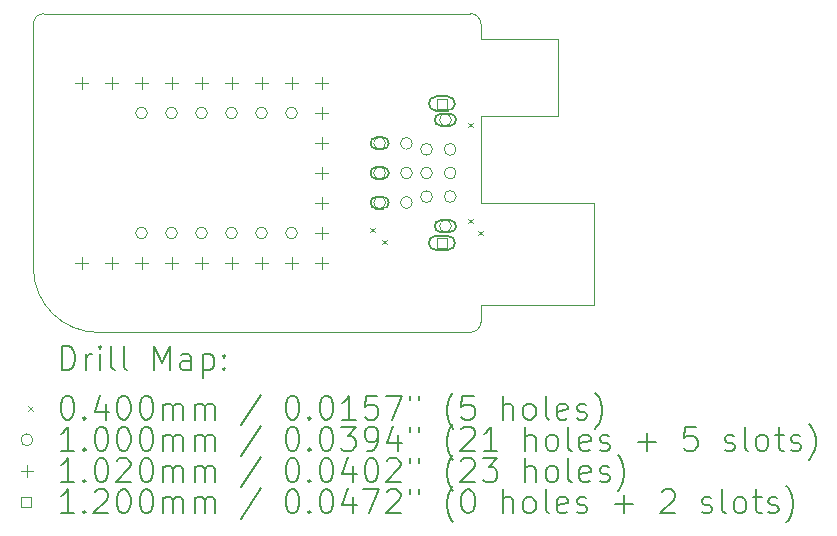
<source format=gbr>
%TF.GenerationSoftware,KiCad,Pcbnew,7.0.2*%
%TF.CreationDate,2024-01-20T07:38:44+00:00*%
%TF.ProjectId,game-boy-zero-link-board,67616d65-2d62-46f7-992d-7a65726f2d6c,rev?*%
%TF.SameCoordinates,Original*%
%TF.FileFunction,Drillmap*%
%TF.FilePolarity,Positive*%
%FSLAX45Y45*%
G04 Gerber Fmt 4.5, Leading zero omitted, Abs format (unit mm)*
G04 Created by KiCad (PCBNEW 7.0.2) date 2024-01-20 07:38:44*
%MOMM*%
%LPD*%
G01*
G04 APERTURE LIST*
%ADD10C,0.100000*%
%ADD11C,0.200000*%
%ADD12C,0.040000*%
%ADD13C,0.102000*%
%ADD14C,0.120000*%
G04 APERTURE END LIST*
D10*
X6831000Y-10388500D02*
G75*
G03*
X7381000Y-10938500I550000J0D01*
G01*
X11271000Y-9103500D02*
X11271000Y-8453500D01*
X10620500Y-8328500D02*
G75*
G03*
X10530500Y-8238500I-90000J0D01*
G01*
X11576000Y-9843500D02*
X10621000Y-9843500D01*
X11576000Y-10703500D02*
X11576000Y-9843500D01*
X10620500Y-8453500D02*
X11271000Y-8453500D01*
X7381000Y-10938500D02*
X10530500Y-10938500D01*
X10530500Y-10938500D02*
G75*
G03*
X10620500Y-10848500I0J90000D01*
G01*
X10620500Y-8328500D02*
X10620500Y-8453500D01*
X6921000Y-8238500D02*
G75*
G03*
X6831000Y-8328500I0J-90000D01*
G01*
X10621000Y-9103500D02*
X10621000Y-9843500D01*
X10620500Y-10703500D02*
X10620500Y-10848500D01*
X10620500Y-10703500D02*
X11575500Y-10703500D01*
X6831000Y-8328500D02*
X6831000Y-10388500D01*
X10621000Y-9103500D02*
X11271000Y-9103500D01*
X10530500Y-8238500D02*
X6921000Y-8238500D01*
D11*
D12*
X9682800Y-10051100D02*
X9722800Y-10091100D01*
X9722800Y-10051100D02*
X9682800Y-10091100D01*
X9784400Y-10152700D02*
X9824400Y-10192700D01*
X9824400Y-10152700D02*
X9784400Y-10192700D01*
X10509950Y-9162100D02*
X10549950Y-9202100D01*
X10549950Y-9162100D02*
X10509950Y-9202100D01*
X10514950Y-9974900D02*
X10554950Y-10014900D01*
X10554950Y-9974900D02*
X10514950Y-10014900D01*
X10597200Y-10076500D02*
X10637200Y-10116500D01*
X10637200Y-10076500D02*
X10597200Y-10116500D01*
D10*
X7797000Y-9080500D02*
G75*
G03*
X7797000Y-9080500I-50000J0D01*
G01*
X7797000Y-10096500D02*
G75*
G03*
X7797000Y-10096500I-50000J0D01*
G01*
X8051000Y-9080500D02*
G75*
G03*
X8051000Y-9080500I-50000J0D01*
G01*
X8051000Y-10096500D02*
G75*
G03*
X8051000Y-10096500I-50000J0D01*
G01*
X8305000Y-9080500D02*
G75*
G03*
X8305000Y-9080500I-50000J0D01*
G01*
X8305000Y-10096500D02*
G75*
G03*
X8305000Y-10096500I-50000J0D01*
G01*
X8559000Y-9080500D02*
G75*
G03*
X8559000Y-9080500I-50000J0D01*
G01*
X8559000Y-10096500D02*
G75*
G03*
X8559000Y-10096500I-50000J0D01*
G01*
X8813000Y-9080500D02*
G75*
G03*
X8813000Y-9080500I-50000J0D01*
G01*
X8813000Y-10096500D02*
G75*
G03*
X8813000Y-10096500I-50000J0D01*
G01*
X9067000Y-9080500D02*
G75*
G03*
X9067000Y-9080500I-50000J0D01*
G01*
X9067000Y-10096500D02*
G75*
G03*
X9067000Y-10096500I-50000J0D01*
G01*
X9813000Y-9336500D02*
G75*
G03*
X9813000Y-9336500I-50000J0D01*
G01*
D11*
X9736000Y-9386500D02*
X9790000Y-9386500D01*
X9790000Y-9386500D02*
G75*
G03*
X9790000Y-9286500I0J50000D01*
G01*
X9790000Y-9286500D02*
X9736000Y-9286500D01*
X9736000Y-9286500D02*
G75*
G03*
X9736000Y-9386500I0J-50000D01*
G01*
D10*
X9813000Y-9588500D02*
G75*
G03*
X9813000Y-9588500I-50000J0D01*
G01*
D11*
X9736000Y-9638500D02*
X9790000Y-9638500D01*
X9790000Y-9638500D02*
G75*
G03*
X9790000Y-9538500I0J50000D01*
G01*
X9790000Y-9538500D02*
X9736000Y-9538500D01*
X9736000Y-9538500D02*
G75*
G03*
X9736000Y-9638500I0J-50000D01*
G01*
D10*
X9813000Y-9840500D02*
G75*
G03*
X9813000Y-9840500I-50000J0D01*
G01*
D11*
X9736000Y-9890500D02*
X9790000Y-9890500D01*
X9790000Y-9890500D02*
G75*
G03*
X9790000Y-9790500I0J50000D01*
G01*
X9790000Y-9790500D02*
X9736000Y-9790500D01*
X9736000Y-9790500D02*
G75*
G03*
X9736000Y-9890500I0J-50000D01*
G01*
D10*
X10040000Y-9338500D02*
G75*
G03*
X10040000Y-9338500I-50000J0D01*
G01*
X10040000Y-9588500D02*
G75*
G03*
X10040000Y-9588500I-50000J0D01*
G01*
X10040000Y-9838500D02*
G75*
G03*
X10040000Y-9838500I-50000J0D01*
G01*
X10210000Y-9388500D02*
G75*
G03*
X10210000Y-9388500I-50000J0D01*
G01*
X10210000Y-9588500D02*
G75*
G03*
X10210000Y-9588500I-50000J0D01*
G01*
X10210000Y-9788500D02*
G75*
G03*
X10210000Y-9788500I-50000J0D01*
G01*
X10370000Y-9138500D02*
G75*
G03*
X10370000Y-9138500I-50000J0D01*
G01*
D11*
X10360000Y-9088500D02*
X10280000Y-9088500D01*
X10280000Y-9088500D02*
G75*
G03*
X10280000Y-9188500I0J-50000D01*
G01*
X10280000Y-9188500D02*
X10360000Y-9188500D01*
X10360000Y-9188500D02*
G75*
G03*
X10360000Y-9088500I0J50000D01*
G01*
D10*
X10370000Y-10038500D02*
G75*
G03*
X10370000Y-10038500I-50000J0D01*
G01*
D11*
X10360000Y-9988500D02*
X10280000Y-9988500D01*
X10280000Y-9988500D02*
G75*
G03*
X10280000Y-10088500I0J-50000D01*
G01*
X10280000Y-10088500D02*
X10360000Y-10088500D01*
X10360000Y-10088500D02*
G75*
G03*
X10360000Y-9988500I0J50000D01*
G01*
D10*
X10410000Y-9388500D02*
G75*
G03*
X10410000Y-9388500I-50000J0D01*
G01*
X10410000Y-9588500D02*
G75*
G03*
X10410000Y-9588500I-50000J0D01*
G01*
X10410000Y-9788500D02*
G75*
G03*
X10410000Y-9788500I-50000J0D01*
G01*
D13*
X7239000Y-8775500D02*
X7239000Y-8877500D01*
X7188000Y-8826500D02*
X7290000Y-8826500D01*
X7239000Y-10299500D02*
X7239000Y-10401500D01*
X7188000Y-10350500D02*
X7290000Y-10350500D01*
X7493000Y-8775500D02*
X7493000Y-8877500D01*
X7442000Y-8826500D02*
X7544000Y-8826500D01*
X7493000Y-10299500D02*
X7493000Y-10401500D01*
X7442000Y-10350500D02*
X7544000Y-10350500D01*
X7747000Y-8775500D02*
X7747000Y-8877500D01*
X7696000Y-8826500D02*
X7798000Y-8826500D01*
X7747000Y-10299500D02*
X7747000Y-10401500D01*
X7696000Y-10350500D02*
X7798000Y-10350500D01*
X8001000Y-8775500D02*
X8001000Y-8877500D01*
X7950000Y-8826500D02*
X8052000Y-8826500D01*
X8001000Y-10299500D02*
X8001000Y-10401500D01*
X7950000Y-10350500D02*
X8052000Y-10350500D01*
X8255000Y-8775500D02*
X8255000Y-8877500D01*
X8204000Y-8826500D02*
X8306000Y-8826500D01*
X8255000Y-10299500D02*
X8255000Y-10401500D01*
X8204000Y-10350500D02*
X8306000Y-10350500D01*
X8509000Y-8775500D02*
X8509000Y-8877500D01*
X8458000Y-8826500D02*
X8560000Y-8826500D01*
X8509000Y-10299500D02*
X8509000Y-10401500D01*
X8458000Y-10350500D02*
X8560000Y-10350500D01*
X8763000Y-8775500D02*
X8763000Y-8877500D01*
X8712000Y-8826500D02*
X8814000Y-8826500D01*
X8763000Y-10299500D02*
X8763000Y-10401500D01*
X8712000Y-10350500D02*
X8814000Y-10350500D01*
X9017000Y-8775500D02*
X9017000Y-8877500D01*
X8966000Y-8826500D02*
X9068000Y-8826500D01*
X9017000Y-10299500D02*
X9017000Y-10401500D01*
X8966000Y-10350500D02*
X9068000Y-10350500D01*
X9271000Y-8775500D02*
X9271000Y-8877500D01*
X9220000Y-8826500D02*
X9322000Y-8826500D01*
X9271000Y-9029500D02*
X9271000Y-9131500D01*
X9220000Y-9080500D02*
X9322000Y-9080500D01*
X9271000Y-9283500D02*
X9271000Y-9385500D01*
X9220000Y-9334500D02*
X9322000Y-9334500D01*
X9271000Y-9537500D02*
X9271000Y-9639500D01*
X9220000Y-9588500D02*
X9322000Y-9588500D01*
X9271000Y-9791500D02*
X9271000Y-9893500D01*
X9220000Y-9842500D02*
X9322000Y-9842500D01*
X9271000Y-10045500D02*
X9271000Y-10147500D01*
X9220000Y-10096500D02*
X9322000Y-10096500D01*
X9271000Y-10299500D02*
X9271000Y-10401500D01*
X9220000Y-10350500D02*
X9322000Y-10350500D01*
D14*
X10332427Y-9043427D02*
X10332427Y-8958573D01*
X10247573Y-8958573D01*
X10247573Y-9043427D01*
X10332427Y-9043427D01*
D11*
X10340000Y-8941000D02*
X10240000Y-8941000D01*
X10240000Y-8941000D02*
G75*
G03*
X10240000Y-9061000I0J-60000D01*
G01*
X10240000Y-9061000D02*
X10340000Y-9061000D01*
X10340000Y-9061000D02*
G75*
G03*
X10340000Y-8941000I0J60000D01*
G01*
D14*
X10332427Y-10223427D02*
X10332427Y-10138573D01*
X10247573Y-10138573D01*
X10247573Y-10223427D01*
X10332427Y-10223427D01*
D11*
X10340000Y-10121000D02*
X10240000Y-10121000D01*
X10240000Y-10121000D02*
G75*
G03*
X10240000Y-10241000I0J-60000D01*
G01*
X10240000Y-10241000D02*
X10340000Y-10241000D01*
X10340000Y-10241000D02*
G75*
G03*
X10340000Y-10121000I0J60000D01*
G01*
X7073619Y-11256024D02*
X7073619Y-11056024D01*
X7073619Y-11056024D02*
X7121238Y-11056024D01*
X7121238Y-11056024D02*
X7149809Y-11065548D01*
X7149809Y-11065548D02*
X7168857Y-11084595D01*
X7168857Y-11084595D02*
X7178381Y-11103643D01*
X7178381Y-11103643D02*
X7187904Y-11141738D01*
X7187904Y-11141738D02*
X7187904Y-11170310D01*
X7187904Y-11170310D02*
X7178381Y-11208405D01*
X7178381Y-11208405D02*
X7168857Y-11227452D01*
X7168857Y-11227452D02*
X7149809Y-11246500D01*
X7149809Y-11246500D02*
X7121238Y-11256024D01*
X7121238Y-11256024D02*
X7073619Y-11256024D01*
X7273619Y-11256024D02*
X7273619Y-11122691D01*
X7273619Y-11160786D02*
X7283143Y-11141738D01*
X7283143Y-11141738D02*
X7292666Y-11132214D01*
X7292666Y-11132214D02*
X7311714Y-11122691D01*
X7311714Y-11122691D02*
X7330762Y-11122691D01*
X7397428Y-11256024D02*
X7397428Y-11122691D01*
X7397428Y-11056024D02*
X7387904Y-11065548D01*
X7387904Y-11065548D02*
X7397428Y-11075072D01*
X7397428Y-11075072D02*
X7406952Y-11065548D01*
X7406952Y-11065548D02*
X7397428Y-11056024D01*
X7397428Y-11056024D02*
X7397428Y-11075072D01*
X7521238Y-11256024D02*
X7502190Y-11246500D01*
X7502190Y-11246500D02*
X7492666Y-11227452D01*
X7492666Y-11227452D02*
X7492666Y-11056024D01*
X7626000Y-11256024D02*
X7606952Y-11246500D01*
X7606952Y-11246500D02*
X7597428Y-11227452D01*
X7597428Y-11227452D02*
X7597428Y-11056024D01*
X7854571Y-11256024D02*
X7854571Y-11056024D01*
X7854571Y-11056024D02*
X7921238Y-11198881D01*
X7921238Y-11198881D02*
X7987904Y-11056024D01*
X7987904Y-11056024D02*
X7987904Y-11256024D01*
X8168857Y-11256024D02*
X8168857Y-11151262D01*
X8168857Y-11151262D02*
X8159333Y-11132214D01*
X8159333Y-11132214D02*
X8140285Y-11122691D01*
X8140285Y-11122691D02*
X8102190Y-11122691D01*
X8102190Y-11122691D02*
X8083143Y-11132214D01*
X8168857Y-11246500D02*
X8149809Y-11256024D01*
X8149809Y-11256024D02*
X8102190Y-11256024D01*
X8102190Y-11256024D02*
X8083143Y-11246500D01*
X8083143Y-11246500D02*
X8073619Y-11227452D01*
X8073619Y-11227452D02*
X8073619Y-11208405D01*
X8073619Y-11208405D02*
X8083143Y-11189357D01*
X8083143Y-11189357D02*
X8102190Y-11179834D01*
X8102190Y-11179834D02*
X8149809Y-11179834D01*
X8149809Y-11179834D02*
X8168857Y-11170310D01*
X8264095Y-11122691D02*
X8264095Y-11322691D01*
X8264095Y-11132214D02*
X8283143Y-11122691D01*
X8283143Y-11122691D02*
X8321238Y-11122691D01*
X8321238Y-11122691D02*
X8340285Y-11132214D01*
X8340285Y-11132214D02*
X8349809Y-11141738D01*
X8349809Y-11141738D02*
X8359333Y-11160786D01*
X8359333Y-11160786D02*
X8359333Y-11217929D01*
X8359333Y-11217929D02*
X8349809Y-11236976D01*
X8349809Y-11236976D02*
X8340285Y-11246500D01*
X8340285Y-11246500D02*
X8321238Y-11256024D01*
X8321238Y-11256024D02*
X8283143Y-11256024D01*
X8283143Y-11256024D02*
X8264095Y-11246500D01*
X8445047Y-11236976D02*
X8454571Y-11246500D01*
X8454571Y-11246500D02*
X8445047Y-11256024D01*
X8445047Y-11256024D02*
X8435524Y-11246500D01*
X8435524Y-11246500D02*
X8445047Y-11236976D01*
X8445047Y-11236976D02*
X8445047Y-11256024D01*
X8445047Y-11132214D02*
X8454571Y-11141738D01*
X8454571Y-11141738D02*
X8445047Y-11151262D01*
X8445047Y-11151262D02*
X8435524Y-11141738D01*
X8435524Y-11141738D02*
X8445047Y-11132214D01*
X8445047Y-11132214D02*
X8445047Y-11151262D01*
D12*
X6786000Y-11563500D02*
X6826000Y-11603500D01*
X6826000Y-11563500D02*
X6786000Y-11603500D01*
D11*
X7111714Y-11476024D02*
X7130762Y-11476024D01*
X7130762Y-11476024D02*
X7149809Y-11485548D01*
X7149809Y-11485548D02*
X7159333Y-11495072D01*
X7159333Y-11495072D02*
X7168857Y-11514119D01*
X7168857Y-11514119D02*
X7178381Y-11552214D01*
X7178381Y-11552214D02*
X7178381Y-11599833D01*
X7178381Y-11599833D02*
X7168857Y-11637929D01*
X7168857Y-11637929D02*
X7159333Y-11656976D01*
X7159333Y-11656976D02*
X7149809Y-11666500D01*
X7149809Y-11666500D02*
X7130762Y-11676024D01*
X7130762Y-11676024D02*
X7111714Y-11676024D01*
X7111714Y-11676024D02*
X7092666Y-11666500D01*
X7092666Y-11666500D02*
X7083143Y-11656976D01*
X7083143Y-11656976D02*
X7073619Y-11637929D01*
X7073619Y-11637929D02*
X7064095Y-11599833D01*
X7064095Y-11599833D02*
X7064095Y-11552214D01*
X7064095Y-11552214D02*
X7073619Y-11514119D01*
X7073619Y-11514119D02*
X7083143Y-11495072D01*
X7083143Y-11495072D02*
X7092666Y-11485548D01*
X7092666Y-11485548D02*
X7111714Y-11476024D01*
X7264095Y-11656976D02*
X7273619Y-11666500D01*
X7273619Y-11666500D02*
X7264095Y-11676024D01*
X7264095Y-11676024D02*
X7254571Y-11666500D01*
X7254571Y-11666500D02*
X7264095Y-11656976D01*
X7264095Y-11656976D02*
X7264095Y-11676024D01*
X7445047Y-11542691D02*
X7445047Y-11676024D01*
X7397428Y-11466500D02*
X7349809Y-11609357D01*
X7349809Y-11609357D02*
X7473619Y-11609357D01*
X7587904Y-11476024D02*
X7606952Y-11476024D01*
X7606952Y-11476024D02*
X7626000Y-11485548D01*
X7626000Y-11485548D02*
X7635524Y-11495072D01*
X7635524Y-11495072D02*
X7645047Y-11514119D01*
X7645047Y-11514119D02*
X7654571Y-11552214D01*
X7654571Y-11552214D02*
X7654571Y-11599833D01*
X7654571Y-11599833D02*
X7645047Y-11637929D01*
X7645047Y-11637929D02*
X7635524Y-11656976D01*
X7635524Y-11656976D02*
X7626000Y-11666500D01*
X7626000Y-11666500D02*
X7606952Y-11676024D01*
X7606952Y-11676024D02*
X7587904Y-11676024D01*
X7587904Y-11676024D02*
X7568857Y-11666500D01*
X7568857Y-11666500D02*
X7559333Y-11656976D01*
X7559333Y-11656976D02*
X7549809Y-11637929D01*
X7549809Y-11637929D02*
X7540285Y-11599833D01*
X7540285Y-11599833D02*
X7540285Y-11552214D01*
X7540285Y-11552214D02*
X7549809Y-11514119D01*
X7549809Y-11514119D02*
X7559333Y-11495072D01*
X7559333Y-11495072D02*
X7568857Y-11485548D01*
X7568857Y-11485548D02*
X7587904Y-11476024D01*
X7778381Y-11476024D02*
X7797428Y-11476024D01*
X7797428Y-11476024D02*
X7816476Y-11485548D01*
X7816476Y-11485548D02*
X7826000Y-11495072D01*
X7826000Y-11495072D02*
X7835524Y-11514119D01*
X7835524Y-11514119D02*
X7845047Y-11552214D01*
X7845047Y-11552214D02*
X7845047Y-11599833D01*
X7845047Y-11599833D02*
X7835524Y-11637929D01*
X7835524Y-11637929D02*
X7826000Y-11656976D01*
X7826000Y-11656976D02*
X7816476Y-11666500D01*
X7816476Y-11666500D02*
X7797428Y-11676024D01*
X7797428Y-11676024D02*
X7778381Y-11676024D01*
X7778381Y-11676024D02*
X7759333Y-11666500D01*
X7759333Y-11666500D02*
X7749809Y-11656976D01*
X7749809Y-11656976D02*
X7740285Y-11637929D01*
X7740285Y-11637929D02*
X7730762Y-11599833D01*
X7730762Y-11599833D02*
X7730762Y-11552214D01*
X7730762Y-11552214D02*
X7740285Y-11514119D01*
X7740285Y-11514119D02*
X7749809Y-11495072D01*
X7749809Y-11495072D02*
X7759333Y-11485548D01*
X7759333Y-11485548D02*
X7778381Y-11476024D01*
X7930762Y-11676024D02*
X7930762Y-11542691D01*
X7930762Y-11561738D02*
X7940285Y-11552214D01*
X7940285Y-11552214D02*
X7959333Y-11542691D01*
X7959333Y-11542691D02*
X7987905Y-11542691D01*
X7987905Y-11542691D02*
X8006952Y-11552214D01*
X8006952Y-11552214D02*
X8016476Y-11571262D01*
X8016476Y-11571262D02*
X8016476Y-11676024D01*
X8016476Y-11571262D02*
X8026000Y-11552214D01*
X8026000Y-11552214D02*
X8045047Y-11542691D01*
X8045047Y-11542691D02*
X8073619Y-11542691D01*
X8073619Y-11542691D02*
X8092666Y-11552214D01*
X8092666Y-11552214D02*
X8102190Y-11571262D01*
X8102190Y-11571262D02*
X8102190Y-11676024D01*
X8197428Y-11676024D02*
X8197428Y-11542691D01*
X8197428Y-11561738D02*
X8206952Y-11552214D01*
X8206952Y-11552214D02*
X8226000Y-11542691D01*
X8226000Y-11542691D02*
X8254571Y-11542691D01*
X8254571Y-11542691D02*
X8273619Y-11552214D01*
X8273619Y-11552214D02*
X8283143Y-11571262D01*
X8283143Y-11571262D02*
X8283143Y-11676024D01*
X8283143Y-11571262D02*
X8292666Y-11552214D01*
X8292666Y-11552214D02*
X8311714Y-11542691D01*
X8311714Y-11542691D02*
X8340285Y-11542691D01*
X8340285Y-11542691D02*
X8359333Y-11552214D01*
X8359333Y-11552214D02*
X8368857Y-11571262D01*
X8368857Y-11571262D02*
X8368857Y-11676024D01*
X8759333Y-11466500D02*
X8587905Y-11723643D01*
X9016476Y-11476024D02*
X9035524Y-11476024D01*
X9035524Y-11476024D02*
X9054571Y-11485548D01*
X9054571Y-11485548D02*
X9064095Y-11495072D01*
X9064095Y-11495072D02*
X9073619Y-11514119D01*
X9073619Y-11514119D02*
X9083143Y-11552214D01*
X9083143Y-11552214D02*
X9083143Y-11599833D01*
X9083143Y-11599833D02*
X9073619Y-11637929D01*
X9073619Y-11637929D02*
X9064095Y-11656976D01*
X9064095Y-11656976D02*
X9054571Y-11666500D01*
X9054571Y-11666500D02*
X9035524Y-11676024D01*
X9035524Y-11676024D02*
X9016476Y-11676024D01*
X9016476Y-11676024D02*
X8997429Y-11666500D01*
X8997429Y-11666500D02*
X8987905Y-11656976D01*
X8987905Y-11656976D02*
X8978381Y-11637929D01*
X8978381Y-11637929D02*
X8968857Y-11599833D01*
X8968857Y-11599833D02*
X8968857Y-11552214D01*
X8968857Y-11552214D02*
X8978381Y-11514119D01*
X8978381Y-11514119D02*
X8987905Y-11495072D01*
X8987905Y-11495072D02*
X8997429Y-11485548D01*
X8997429Y-11485548D02*
X9016476Y-11476024D01*
X9168857Y-11656976D02*
X9178381Y-11666500D01*
X9178381Y-11666500D02*
X9168857Y-11676024D01*
X9168857Y-11676024D02*
X9159333Y-11666500D01*
X9159333Y-11666500D02*
X9168857Y-11656976D01*
X9168857Y-11656976D02*
X9168857Y-11676024D01*
X9302190Y-11476024D02*
X9321238Y-11476024D01*
X9321238Y-11476024D02*
X9340286Y-11485548D01*
X9340286Y-11485548D02*
X9349810Y-11495072D01*
X9349810Y-11495072D02*
X9359333Y-11514119D01*
X9359333Y-11514119D02*
X9368857Y-11552214D01*
X9368857Y-11552214D02*
X9368857Y-11599833D01*
X9368857Y-11599833D02*
X9359333Y-11637929D01*
X9359333Y-11637929D02*
X9349810Y-11656976D01*
X9349810Y-11656976D02*
X9340286Y-11666500D01*
X9340286Y-11666500D02*
X9321238Y-11676024D01*
X9321238Y-11676024D02*
X9302190Y-11676024D01*
X9302190Y-11676024D02*
X9283143Y-11666500D01*
X9283143Y-11666500D02*
X9273619Y-11656976D01*
X9273619Y-11656976D02*
X9264095Y-11637929D01*
X9264095Y-11637929D02*
X9254571Y-11599833D01*
X9254571Y-11599833D02*
X9254571Y-11552214D01*
X9254571Y-11552214D02*
X9264095Y-11514119D01*
X9264095Y-11514119D02*
X9273619Y-11495072D01*
X9273619Y-11495072D02*
X9283143Y-11485548D01*
X9283143Y-11485548D02*
X9302190Y-11476024D01*
X9559333Y-11676024D02*
X9445048Y-11676024D01*
X9502190Y-11676024D02*
X9502190Y-11476024D01*
X9502190Y-11476024D02*
X9483143Y-11504595D01*
X9483143Y-11504595D02*
X9464095Y-11523643D01*
X9464095Y-11523643D02*
X9445048Y-11533167D01*
X9740286Y-11476024D02*
X9645048Y-11476024D01*
X9645048Y-11476024D02*
X9635524Y-11571262D01*
X9635524Y-11571262D02*
X9645048Y-11561738D01*
X9645048Y-11561738D02*
X9664095Y-11552214D01*
X9664095Y-11552214D02*
X9711714Y-11552214D01*
X9711714Y-11552214D02*
X9730762Y-11561738D01*
X9730762Y-11561738D02*
X9740286Y-11571262D01*
X9740286Y-11571262D02*
X9749810Y-11590310D01*
X9749810Y-11590310D02*
X9749810Y-11637929D01*
X9749810Y-11637929D02*
X9740286Y-11656976D01*
X9740286Y-11656976D02*
X9730762Y-11666500D01*
X9730762Y-11666500D02*
X9711714Y-11676024D01*
X9711714Y-11676024D02*
X9664095Y-11676024D01*
X9664095Y-11676024D02*
X9645048Y-11666500D01*
X9645048Y-11666500D02*
X9635524Y-11656976D01*
X9816476Y-11476024D02*
X9949810Y-11476024D01*
X9949810Y-11476024D02*
X9864095Y-11676024D01*
X10016476Y-11476024D02*
X10016476Y-11514119D01*
X10092667Y-11476024D02*
X10092667Y-11514119D01*
X10387905Y-11752214D02*
X10378381Y-11742691D01*
X10378381Y-11742691D02*
X10359333Y-11714119D01*
X10359333Y-11714119D02*
X10349810Y-11695072D01*
X10349810Y-11695072D02*
X10340286Y-11666500D01*
X10340286Y-11666500D02*
X10330762Y-11618881D01*
X10330762Y-11618881D02*
X10330762Y-11580786D01*
X10330762Y-11580786D02*
X10340286Y-11533167D01*
X10340286Y-11533167D02*
X10349810Y-11504595D01*
X10349810Y-11504595D02*
X10359333Y-11485548D01*
X10359333Y-11485548D02*
X10378381Y-11456976D01*
X10378381Y-11456976D02*
X10387905Y-11447452D01*
X10559333Y-11476024D02*
X10464095Y-11476024D01*
X10464095Y-11476024D02*
X10454572Y-11571262D01*
X10454572Y-11571262D02*
X10464095Y-11561738D01*
X10464095Y-11561738D02*
X10483143Y-11552214D01*
X10483143Y-11552214D02*
X10530762Y-11552214D01*
X10530762Y-11552214D02*
X10549810Y-11561738D01*
X10549810Y-11561738D02*
X10559333Y-11571262D01*
X10559333Y-11571262D02*
X10568857Y-11590310D01*
X10568857Y-11590310D02*
X10568857Y-11637929D01*
X10568857Y-11637929D02*
X10559333Y-11656976D01*
X10559333Y-11656976D02*
X10549810Y-11666500D01*
X10549810Y-11666500D02*
X10530762Y-11676024D01*
X10530762Y-11676024D02*
X10483143Y-11676024D01*
X10483143Y-11676024D02*
X10464095Y-11666500D01*
X10464095Y-11666500D02*
X10454572Y-11656976D01*
X10806953Y-11676024D02*
X10806953Y-11476024D01*
X10892667Y-11676024D02*
X10892667Y-11571262D01*
X10892667Y-11571262D02*
X10883143Y-11552214D01*
X10883143Y-11552214D02*
X10864095Y-11542691D01*
X10864095Y-11542691D02*
X10835524Y-11542691D01*
X10835524Y-11542691D02*
X10816476Y-11552214D01*
X10816476Y-11552214D02*
X10806953Y-11561738D01*
X11016476Y-11676024D02*
X10997429Y-11666500D01*
X10997429Y-11666500D02*
X10987905Y-11656976D01*
X10987905Y-11656976D02*
X10978381Y-11637929D01*
X10978381Y-11637929D02*
X10978381Y-11580786D01*
X10978381Y-11580786D02*
X10987905Y-11561738D01*
X10987905Y-11561738D02*
X10997429Y-11552214D01*
X10997429Y-11552214D02*
X11016476Y-11542691D01*
X11016476Y-11542691D02*
X11045048Y-11542691D01*
X11045048Y-11542691D02*
X11064095Y-11552214D01*
X11064095Y-11552214D02*
X11073619Y-11561738D01*
X11073619Y-11561738D02*
X11083143Y-11580786D01*
X11083143Y-11580786D02*
X11083143Y-11637929D01*
X11083143Y-11637929D02*
X11073619Y-11656976D01*
X11073619Y-11656976D02*
X11064095Y-11666500D01*
X11064095Y-11666500D02*
X11045048Y-11676024D01*
X11045048Y-11676024D02*
X11016476Y-11676024D01*
X11197429Y-11676024D02*
X11178381Y-11666500D01*
X11178381Y-11666500D02*
X11168857Y-11647452D01*
X11168857Y-11647452D02*
X11168857Y-11476024D01*
X11349810Y-11666500D02*
X11330762Y-11676024D01*
X11330762Y-11676024D02*
X11292667Y-11676024D01*
X11292667Y-11676024D02*
X11273619Y-11666500D01*
X11273619Y-11666500D02*
X11264095Y-11647452D01*
X11264095Y-11647452D02*
X11264095Y-11571262D01*
X11264095Y-11571262D02*
X11273619Y-11552214D01*
X11273619Y-11552214D02*
X11292667Y-11542691D01*
X11292667Y-11542691D02*
X11330762Y-11542691D01*
X11330762Y-11542691D02*
X11349810Y-11552214D01*
X11349810Y-11552214D02*
X11359333Y-11571262D01*
X11359333Y-11571262D02*
X11359333Y-11590310D01*
X11359333Y-11590310D02*
X11264095Y-11609357D01*
X11435524Y-11666500D02*
X11454572Y-11676024D01*
X11454572Y-11676024D02*
X11492667Y-11676024D01*
X11492667Y-11676024D02*
X11511714Y-11666500D01*
X11511714Y-11666500D02*
X11521238Y-11647452D01*
X11521238Y-11647452D02*
X11521238Y-11637929D01*
X11521238Y-11637929D02*
X11511714Y-11618881D01*
X11511714Y-11618881D02*
X11492667Y-11609357D01*
X11492667Y-11609357D02*
X11464095Y-11609357D01*
X11464095Y-11609357D02*
X11445048Y-11599833D01*
X11445048Y-11599833D02*
X11435524Y-11580786D01*
X11435524Y-11580786D02*
X11435524Y-11571262D01*
X11435524Y-11571262D02*
X11445048Y-11552214D01*
X11445048Y-11552214D02*
X11464095Y-11542691D01*
X11464095Y-11542691D02*
X11492667Y-11542691D01*
X11492667Y-11542691D02*
X11511714Y-11552214D01*
X11587905Y-11752214D02*
X11597429Y-11742691D01*
X11597429Y-11742691D02*
X11616476Y-11714119D01*
X11616476Y-11714119D02*
X11626000Y-11695072D01*
X11626000Y-11695072D02*
X11635524Y-11666500D01*
X11635524Y-11666500D02*
X11645048Y-11618881D01*
X11645048Y-11618881D02*
X11645048Y-11580786D01*
X11645048Y-11580786D02*
X11635524Y-11533167D01*
X11635524Y-11533167D02*
X11626000Y-11504595D01*
X11626000Y-11504595D02*
X11616476Y-11485548D01*
X11616476Y-11485548D02*
X11597429Y-11456976D01*
X11597429Y-11456976D02*
X11587905Y-11447452D01*
D10*
X6826000Y-11847500D02*
G75*
G03*
X6826000Y-11847500I-50000J0D01*
G01*
D11*
X7178381Y-11940024D02*
X7064095Y-11940024D01*
X7121238Y-11940024D02*
X7121238Y-11740024D01*
X7121238Y-11740024D02*
X7102190Y-11768595D01*
X7102190Y-11768595D02*
X7083143Y-11787643D01*
X7083143Y-11787643D02*
X7064095Y-11797167D01*
X7264095Y-11920976D02*
X7273619Y-11930500D01*
X7273619Y-11930500D02*
X7264095Y-11940024D01*
X7264095Y-11940024D02*
X7254571Y-11930500D01*
X7254571Y-11930500D02*
X7264095Y-11920976D01*
X7264095Y-11920976D02*
X7264095Y-11940024D01*
X7397428Y-11740024D02*
X7416476Y-11740024D01*
X7416476Y-11740024D02*
X7435524Y-11749548D01*
X7435524Y-11749548D02*
X7445047Y-11759072D01*
X7445047Y-11759072D02*
X7454571Y-11778119D01*
X7454571Y-11778119D02*
X7464095Y-11816214D01*
X7464095Y-11816214D02*
X7464095Y-11863833D01*
X7464095Y-11863833D02*
X7454571Y-11901929D01*
X7454571Y-11901929D02*
X7445047Y-11920976D01*
X7445047Y-11920976D02*
X7435524Y-11930500D01*
X7435524Y-11930500D02*
X7416476Y-11940024D01*
X7416476Y-11940024D02*
X7397428Y-11940024D01*
X7397428Y-11940024D02*
X7378381Y-11930500D01*
X7378381Y-11930500D02*
X7368857Y-11920976D01*
X7368857Y-11920976D02*
X7359333Y-11901929D01*
X7359333Y-11901929D02*
X7349809Y-11863833D01*
X7349809Y-11863833D02*
X7349809Y-11816214D01*
X7349809Y-11816214D02*
X7359333Y-11778119D01*
X7359333Y-11778119D02*
X7368857Y-11759072D01*
X7368857Y-11759072D02*
X7378381Y-11749548D01*
X7378381Y-11749548D02*
X7397428Y-11740024D01*
X7587904Y-11740024D02*
X7606952Y-11740024D01*
X7606952Y-11740024D02*
X7626000Y-11749548D01*
X7626000Y-11749548D02*
X7635524Y-11759072D01*
X7635524Y-11759072D02*
X7645047Y-11778119D01*
X7645047Y-11778119D02*
X7654571Y-11816214D01*
X7654571Y-11816214D02*
X7654571Y-11863833D01*
X7654571Y-11863833D02*
X7645047Y-11901929D01*
X7645047Y-11901929D02*
X7635524Y-11920976D01*
X7635524Y-11920976D02*
X7626000Y-11930500D01*
X7626000Y-11930500D02*
X7606952Y-11940024D01*
X7606952Y-11940024D02*
X7587904Y-11940024D01*
X7587904Y-11940024D02*
X7568857Y-11930500D01*
X7568857Y-11930500D02*
X7559333Y-11920976D01*
X7559333Y-11920976D02*
X7549809Y-11901929D01*
X7549809Y-11901929D02*
X7540285Y-11863833D01*
X7540285Y-11863833D02*
X7540285Y-11816214D01*
X7540285Y-11816214D02*
X7549809Y-11778119D01*
X7549809Y-11778119D02*
X7559333Y-11759072D01*
X7559333Y-11759072D02*
X7568857Y-11749548D01*
X7568857Y-11749548D02*
X7587904Y-11740024D01*
X7778381Y-11740024D02*
X7797428Y-11740024D01*
X7797428Y-11740024D02*
X7816476Y-11749548D01*
X7816476Y-11749548D02*
X7826000Y-11759072D01*
X7826000Y-11759072D02*
X7835524Y-11778119D01*
X7835524Y-11778119D02*
X7845047Y-11816214D01*
X7845047Y-11816214D02*
X7845047Y-11863833D01*
X7845047Y-11863833D02*
X7835524Y-11901929D01*
X7835524Y-11901929D02*
X7826000Y-11920976D01*
X7826000Y-11920976D02*
X7816476Y-11930500D01*
X7816476Y-11930500D02*
X7797428Y-11940024D01*
X7797428Y-11940024D02*
X7778381Y-11940024D01*
X7778381Y-11940024D02*
X7759333Y-11930500D01*
X7759333Y-11930500D02*
X7749809Y-11920976D01*
X7749809Y-11920976D02*
X7740285Y-11901929D01*
X7740285Y-11901929D02*
X7730762Y-11863833D01*
X7730762Y-11863833D02*
X7730762Y-11816214D01*
X7730762Y-11816214D02*
X7740285Y-11778119D01*
X7740285Y-11778119D02*
X7749809Y-11759072D01*
X7749809Y-11759072D02*
X7759333Y-11749548D01*
X7759333Y-11749548D02*
X7778381Y-11740024D01*
X7930762Y-11940024D02*
X7930762Y-11806691D01*
X7930762Y-11825738D02*
X7940285Y-11816214D01*
X7940285Y-11816214D02*
X7959333Y-11806691D01*
X7959333Y-11806691D02*
X7987905Y-11806691D01*
X7987905Y-11806691D02*
X8006952Y-11816214D01*
X8006952Y-11816214D02*
X8016476Y-11835262D01*
X8016476Y-11835262D02*
X8016476Y-11940024D01*
X8016476Y-11835262D02*
X8026000Y-11816214D01*
X8026000Y-11816214D02*
X8045047Y-11806691D01*
X8045047Y-11806691D02*
X8073619Y-11806691D01*
X8073619Y-11806691D02*
X8092666Y-11816214D01*
X8092666Y-11816214D02*
X8102190Y-11835262D01*
X8102190Y-11835262D02*
X8102190Y-11940024D01*
X8197428Y-11940024D02*
X8197428Y-11806691D01*
X8197428Y-11825738D02*
X8206952Y-11816214D01*
X8206952Y-11816214D02*
X8226000Y-11806691D01*
X8226000Y-11806691D02*
X8254571Y-11806691D01*
X8254571Y-11806691D02*
X8273619Y-11816214D01*
X8273619Y-11816214D02*
X8283143Y-11835262D01*
X8283143Y-11835262D02*
X8283143Y-11940024D01*
X8283143Y-11835262D02*
X8292666Y-11816214D01*
X8292666Y-11816214D02*
X8311714Y-11806691D01*
X8311714Y-11806691D02*
X8340285Y-11806691D01*
X8340285Y-11806691D02*
X8359333Y-11816214D01*
X8359333Y-11816214D02*
X8368857Y-11835262D01*
X8368857Y-11835262D02*
X8368857Y-11940024D01*
X8759333Y-11730500D02*
X8587905Y-11987643D01*
X9016476Y-11740024D02*
X9035524Y-11740024D01*
X9035524Y-11740024D02*
X9054571Y-11749548D01*
X9054571Y-11749548D02*
X9064095Y-11759072D01*
X9064095Y-11759072D02*
X9073619Y-11778119D01*
X9073619Y-11778119D02*
X9083143Y-11816214D01*
X9083143Y-11816214D02*
X9083143Y-11863833D01*
X9083143Y-11863833D02*
X9073619Y-11901929D01*
X9073619Y-11901929D02*
X9064095Y-11920976D01*
X9064095Y-11920976D02*
X9054571Y-11930500D01*
X9054571Y-11930500D02*
X9035524Y-11940024D01*
X9035524Y-11940024D02*
X9016476Y-11940024D01*
X9016476Y-11940024D02*
X8997429Y-11930500D01*
X8997429Y-11930500D02*
X8987905Y-11920976D01*
X8987905Y-11920976D02*
X8978381Y-11901929D01*
X8978381Y-11901929D02*
X8968857Y-11863833D01*
X8968857Y-11863833D02*
X8968857Y-11816214D01*
X8968857Y-11816214D02*
X8978381Y-11778119D01*
X8978381Y-11778119D02*
X8987905Y-11759072D01*
X8987905Y-11759072D02*
X8997429Y-11749548D01*
X8997429Y-11749548D02*
X9016476Y-11740024D01*
X9168857Y-11920976D02*
X9178381Y-11930500D01*
X9178381Y-11930500D02*
X9168857Y-11940024D01*
X9168857Y-11940024D02*
X9159333Y-11930500D01*
X9159333Y-11930500D02*
X9168857Y-11920976D01*
X9168857Y-11920976D02*
X9168857Y-11940024D01*
X9302190Y-11740024D02*
X9321238Y-11740024D01*
X9321238Y-11740024D02*
X9340286Y-11749548D01*
X9340286Y-11749548D02*
X9349810Y-11759072D01*
X9349810Y-11759072D02*
X9359333Y-11778119D01*
X9359333Y-11778119D02*
X9368857Y-11816214D01*
X9368857Y-11816214D02*
X9368857Y-11863833D01*
X9368857Y-11863833D02*
X9359333Y-11901929D01*
X9359333Y-11901929D02*
X9349810Y-11920976D01*
X9349810Y-11920976D02*
X9340286Y-11930500D01*
X9340286Y-11930500D02*
X9321238Y-11940024D01*
X9321238Y-11940024D02*
X9302190Y-11940024D01*
X9302190Y-11940024D02*
X9283143Y-11930500D01*
X9283143Y-11930500D02*
X9273619Y-11920976D01*
X9273619Y-11920976D02*
X9264095Y-11901929D01*
X9264095Y-11901929D02*
X9254571Y-11863833D01*
X9254571Y-11863833D02*
X9254571Y-11816214D01*
X9254571Y-11816214D02*
X9264095Y-11778119D01*
X9264095Y-11778119D02*
X9273619Y-11759072D01*
X9273619Y-11759072D02*
X9283143Y-11749548D01*
X9283143Y-11749548D02*
X9302190Y-11740024D01*
X9435524Y-11740024D02*
X9559333Y-11740024D01*
X9559333Y-11740024D02*
X9492667Y-11816214D01*
X9492667Y-11816214D02*
X9521238Y-11816214D01*
X9521238Y-11816214D02*
X9540286Y-11825738D01*
X9540286Y-11825738D02*
X9549810Y-11835262D01*
X9549810Y-11835262D02*
X9559333Y-11854310D01*
X9559333Y-11854310D02*
X9559333Y-11901929D01*
X9559333Y-11901929D02*
X9549810Y-11920976D01*
X9549810Y-11920976D02*
X9540286Y-11930500D01*
X9540286Y-11930500D02*
X9521238Y-11940024D01*
X9521238Y-11940024D02*
X9464095Y-11940024D01*
X9464095Y-11940024D02*
X9445048Y-11930500D01*
X9445048Y-11930500D02*
X9435524Y-11920976D01*
X9654571Y-11940024D02*
X9692667Y-11940024D01*
X9692667Y-11940024D02*
X9711714Y-11930500D01*
X9711714Y-11930500D02*
X9721238Y-11920976D01*
X9721238Y-11920976D02*
X9740286Y-11892405D01*
X9740286Y-11892405D02*
X9749810Y-11854310D01*
X9749810Y-11854310D02*
X9749810Y-11778119D01*
X9749810Y-11778119D02*
X9740286Y-11759072D01*
X9740286Y-11759072D02*
X9730762Y-11749548D01*
X9730762Y-11749548D02*
X9711714Y-11740024D01*
X9711714Y-11740024D02*
X9673619Y-11740024D01*
X9673619Y-11740024D02*
X9654571Y-11749548D01*
X9654571Y-11749548D02*
X9645048Y-11759072D01*
X9645048Y-11759072D02*
X9635524Y-11778119D01*
X9635524Y-11778119D02*
X9635524Y-11825738D01*
X9635524Y-11825738D02*
X9645048Y-11844786D01*
X9645048Y-11844786D02*
X9654571Y-11854310D01*
X9654571Y-11854310D02*
X9673619Y-11863833D01*
X9673619Y-11863833D02*
X9711714Y-11863833D01*
X9711714Y-11863833D02*
X9730762Y-11854310D01*
X9730762Y-11854310D02*
X9740286Y-11844786D01*
X9740286Y-11844786D02*
X9749810Y-11825738D01*
X9921238Y-11806691D02*
X9921238Y-11940024D01*
X9873619Y-11730500D02*
X9826000Y-11873357D01*
X9826000Y-11873357D02*
X9949810Y-11873357D01*
X10016476Y-11740024D02*
X10016476Y-11778119D01*
X10092667Y-11740024D02*
X10092667Y-11778119D01*
X10387905Y-12016214D02*
X10378381Y-12006691D01*
X10378381Y-12006691D02*
X10359333Y-11978119D01*
X10359333Y-11978119D02*
X10349810Y-11959072D01*
X10349810Y-11959072D02*
X10340286Y-11930500D01*
X10340286Y-11930500D02*
X10330762Y-11882881D01*
X10330762Y-11882881D02*
X10330762Y-11844786D01*
X10330762Y-11844786D02*
X10340286Y-11797167D01*
X10340286Y-11797167D02*
X10349810Y-11768595D01*
X10349810Y-11768595D02*
X10359333Y-11749548D01*
X10359333Y-11749548D02*
X10378381Y-11720976D01*
X10378381Y-11720976D02*
X10387905Y-11711452D01*
X10454572Y-11759072D02*
X10464095Y-11749548D01*
X10464095Y-11749548D02*
X10483143Y-11740024D01*
X10483143Y-11740024D02*
X10530762Y-11740024D01*
X10530762Y-11740024D02*
X10549810Y-11749548D01*
X10549810Y-11749548D02*
X10559333Y-11759072D01*
X10559333Y-11759072D02*
X10568857Y-11778119D01*
X10568857Y-11778119D02*
X10568857Y-11797167D01*
X10568857Y-11797167D02*
X10559333Y-11825738D01*
X10559333Y-11825738D02*
X10445048Y-11940024D01*
X10445048Y-11940024D02*
X10568857Y-11940024D01*
X10759333Y-11940024D02*
X10645048Y-11940024D01*
X10702191Y-11940024D02*
X10702191Y-11740024D01*
X10702191Y-11740024D02*
X10683143Y-11768595D01*
X10683143Y-11768595D02*
X10664095Y-11787643D01*
X10664095Y-11787643D02*
X10645048Y-11797167D01*
X10997429Y-11940024D02*
X10997429Y-11740024D01*
X11083143Y-11940024D02*
X11083143Y-11835262D01*
X11083143Y-11835262D02*
X11073619Y-11816214D01*
X11073619Y-11816214D02*
X11054572Y-11806691D01*
X11054572Y-11806691D02*
X11026000Y-11806691D01*
X11026000Y-11806691D02*
X11006953Y-11816214D01*
X11006953Y-11816214D02*
X10997429Y-11825738D01*
X11206952Y-11940024D02*
X11187905Y-11930500D01*
X11187905Y-11930500D02*
X11178381Y-11920976D01*
X11178381Y-11920976D02*
X11168857Y-11901929D01*
X11168857Y-11901929D02*
X11168857Y-11844786D01*
X11168857Y-11844786D02*
X11178381Y-11825738D01*
X11178381Y-11825738D02*
X11187905Y-11816214D01*
X11187905Y-11816214D02*
X11206952Y-11806691D01*
X11206952Y-11806691D02*
X11235524Y-11806691D01*
X11235524Y-11806691D02*
X11254572Y-11816214D01*
X11254572Y-11816214D02*
X11264095Y-11825738D01*
X11264095Y-11825738D02*
X11273619Y-11844786D01*
X11273619Y-11844786D02*
X11273619Y-11901929D01*
X11273619Y-11901929D02*
X11264095Y-11920976D01*
X11264095Y-11920976D02*
X11254572Y-11930500D01*
X11254572Y-11930500D02*
X11235524Y-11940024D01*
X11235524Y-11940024D02*
X11206952Y-11940024D01*
X11387905Y-11940024D02*
X11368857Y-11930500D01*
X11368857Y-11930500D02*
X11359333Y-11911452D01*
X11359333Y-11911452D02*
X11359333Y-11740024D01*
X11540286Y-11930500D02*
X11521238Y-11940024D01*
X11521238Y-11940024D02*
X11483143Y-11940024D01*
X11483143Y-11940024D02*
X11464095Y-11930500D01*
X11464095Y-11930500D02*
X11454572Y-11911452D01*
X11454572Y-11911452D02*
X11454572Y-11835262D01*
X11454572Y-11835262D02*
X11464095Y-11816214D01*
X11464095Y-11816214D02*
X11483143Y-11806691D01*
X11483143Y-11806691D02*
X11521238Y-11806691D01*
X11521238Y-11806691D02*
X11540286Y-11816214D01*
X11540286Y-11816214D02*
X11549810Y-11835262D01*
X11549810Y-11835262D02*
X11549810Y-11854310D01*
X11549810Y-11854310D02*
X11454572Y-11873357D01*
X11626000Y-11930500D02*
X11645048Y-11940024D01*
X11645048Y-11940024D02*
X11683143Y-11940024D01*
X11683143Y-11940024D02*
X11702191Y-11930500D01*
X11702191Y-11930500D02*
X11711714Y-11911452D01*
X11711714Y-11911452D02*
X11711714Y-11901929D01*
X11711714Y-11901929D02*
X11702191Y-11882881D01*
X11702191Y-11882881D02*
X11683143Y-11873357D01*
X11683143Y-11873357D02*
X11654572Y-11873357D01*
X11654572Y-11873357D02*
X11635524Y-11863833D01*
X11635524Y-11863833D02*
X11626000Y-11844786D01*
X11626000Y-11844786D02*
X11626000Y-11835262D01*
X11626000Y-11835262D02*
X11635524Y-11816214D01*
X11635524Y-11816214D02*
X11654572Y-11806691D01*
X11654572Y-11806691D02*
X11683143Y-11806691D01*
X11683143Y-11806691D02*
X11702191Y-11816214D01*
X11949810Y-11863833D02*
X12102191Y-11863833D01*
X12026000Y-11940024D02*
X12026000Y-11787643D01*
X12445048Y-11740024D02*
X12349810Y-11740024D01*
X12349810Y-11740024D02*
X12340286Y-11835262D01*
X12340286Y-11835262D02*
X12349810Y-11825738D01*
X12349810Y-11825738D02*
X12368857Y-11816214D01*
X12368857Y-11816214D02*
X12416476Y-11816214D01*
X12416476Y-11816214D02*
X12435524Y-11825738D01*
X12435524Y-11825738D02*
X12445048Y-11835262D01*
X12445048Y-11835262D02*
X12454572Y-11854310D01*
X12454572Y-11854310D02*
X12454572Y-11901929D01*
X12454572Y-11901929D02*
X12445048Y-11920976D01*
X12445048Y-11920976D02*
X12435524Y-11930500D01*
X12435524Y-11930500D02*
X12416476Y-11940024D01*
X12416476Y-11940024D02*
X12368857Y-11940024D01*
X12368857Y-11940024D02*
X12349810Y-11930500D01*
X12349810Y-11930500D02*
X12340286Y-11920976D01*
X12683143Y-11930500D02*
X12702191Y-11940024D01*
X12702191Y-11940024D02*
X12740286Y-11940024D01*
X12740286Y-11940024D02*
X12759334Y-11930500D01*
X12759334Y-11930500D02*
X12768857Y-11911452D01*
X12768857Y-11911452D02*
X12768857Y-11901929D01*
X12768857Y-11901929D02*
X12759334Y-11882881D01*
X12759334Y-11882881D02*
X12740286Y-11873357D01*
X12740286Y-11873357D02*
X12711715Y-11873357D01*
X12711715Y-11873357D02*
X12692667Y-11863833D01*
X12692667Y-11863833D02*
X12683143Y-11844786D01*
X12683143Y-11844786D02*
X12683143Y-11835262D01*
X12683143Y-11835262D02*
X12692667Y-11816214D01*
X12692667Y-11816214D02*
X12711715Y-11806691D01*
X12711715Y-11806691D02*
X12740286Y-11806691D01*
X12740286Y-11806691D02*
X12759334Y-11816214D01*
X12883143Y-11940024D02*
X12864096Y-11930500D01*
X12864096Y-11930500D02*
X12854572Y-11911452D01*
X12854572Y-11911452D02*
X12854572Y-11740024D01*
X12987905Y-11940024D02*
X12968857Y-11930500D01*
X12968857Y-11930500D02*
X12959334Y-11920976D01*
X12959334Y-11920976D02*
X12949810Y-11901929D01*
X12949810Y-11901929D02*
X12949810Y-11844786D01*
X12949810Y-11844786D02*
X12959334Y-11825738D01*
X12959334Y-11825738D02*
X12968857Y-11816214D01*
X12968857Y-11816214D02*
X12987905Y-11806691D01*
X12987905Y-11806691D02*
X13016477Y-11806691D01*
X13016477Y-11806691D02*
X13035524Y-11816214D01*
X13035524Y-11816214D02*
X13045048Y-11825738D01*
X13045048Y-11825738D02*
X13054572Y-11844786D01*
X13054572Y-11844786D02*
X13054572Y-11901929D01*
X13054572Y-11901929D02*
X13045048Y-11920976D01*
X13045048Y-11920976D02*
X13035524Y-11930500D01*
X13035524Y-11930500D02*
X13016477Y-11940024D01*
X13016477Y-11940024D02*
X12987905Y-11940024D01*
X13111715Y-11806691D02*
X13187905Y-11806691D01*
X13140286Y-11740024D02*
X13140286Y-11911452D01*
X13140286Y-11911452D02*
X13149810Y-11930500D01*
X13149810Y-11930500D02*
X13168857Y-11940024D01*
X13168857Y-11940024D02*
X13187905Y-11940024D01*
X13245048Y-11930500D02*
X13264096Y-11940024D01*
X13264096Y-11940024D02*
X13302191Y-11940024D01*
X13302191Y-11940024D02*
X13321238Y-11930500D01*
X13321238Y-11930500D02*
X13330762Y-11911452D01*
X13330762Y-11911452D02*
X13330762Y-11901929D01*
X13330762Y-11901929D02*
X13321238Y-11882881D01*
X13321238Y-11882881D02*
X13302191Y-11873357D01*
X13302191Y-11873357D02*
X13273619Y-11873357D01*
X13273619Y-11873357D02*
X13254572Y-11863833D01*
X13254572Y-11863833D02*
X13245048Y-11844786D01*
X13245048Y-11844786D02*
X13245048Y-11835262D01*
X13245048Y-11835262D02*
X13254572Y-11816214D01*
X13254572Y-11816214D02*
X13273619Y-11806691D01*
X13273619Y-11806691D02*
X13302191Y-11806691D01*
X13302191Y-11806691D02*
X13321238Y-11816214D01*
X13397429Y-12016214D02*
X13406953Y-12006691D01*
X13406953Y-12006691D02*
X13426000Y-11978119D01*
X13426000Y-11978119D02*
X13435524Y-11959072D01*
X13435524Y-11959072D02*
X13445048Y-11930500D01*
X13445048Y-11930500D02*
X13454572Y-11882881D01*
X13454572Y-11882881D02*
X13454572Y-11844786D01*
X13454572Y-11844786D02*
X13445048Y-11797167D01*
X13445048Y-11797167D02*
X13435524Y-11768595D01*
X13435524Y-11768595D02*
X13426000Y-11749548D01*
X13426000Y-11749548D02*
X13406953Y-11720976D01*
X13406953Y-11720976D02*
X13397429Y-11711452D01*
D13*
X6775000Y-12060500D02*
X6775000Y-12162500D01*
X6724000Y-12111500D02*
X6826000Y-12111500D01*
D11*
X7178381Y-12204024D02*
X7064095Y-12204024D01*
X7121238Y-12204024D02*
X7121238Y-12004024D01*
X7121238Y-12004024D02*
X7102190Y-12032595D01*
X7102190Y-12032595D02*
X7083143Y-12051643D01*
X7083143Y-12051643D02*
X7064095Y-12061167D01*
X7264095Y-12184976D02*
X7273619Y-12194500D01*
X7273619Y-12194500D02*
X7264095Y-12204024D01*
X7264095Y-12204024D02*
X7254571Y-12194500D01*
X7254571Y-12194500D02*
X7264095Y-12184976D01*
X7264095Y-12184976D02*
X7264095Y-12204024D01*
X7397428Y-12004024D02*
X7416476Y-12004024D01*
X7416476Y-12004024D02*
X7435524Y-12013548D01*
X7435524Y-12013548D02*
X7445047Y-12023072D01*
X7445047Y-12023072D02*
X7454571Y-12042119D01*
X7454571Y-12042119D02*
X7464095Y-12080214D01*
X7464095Y-12080214D02*
X7464095Y-12127833D01*
X7464095Y-12127833D02*
X7454571Y-12165929D01*
X7454571Y-12165929D02*
X7445047Y-12184976D01*
X7445047Y-12184976D02*
X7435524Y-12194500D01*
X7435524Y-12194500D02*
X7416476Y-12204024D01*
X7416476Y-12204024D02*
X7397428Y-12204024D01*
X7397428Y-12204024D02*
X7378381Y-12194500D01*
X7378381Y-12194500D02*
X7368857Y-12184976D01*
X7368857Y-12184976D02*
X7359333Y-12165929D01*
X7359333Y-12165929D02*
X7349809Y-12127833D01*
X7349809Y-12127833D02*
X7349809Y-12080214D01*
X7349809Y-12080214D02*
X7359333Y-12042119D01*
X7359333Y-12042119D02*
X7368857Y-12023072D01*
X7368857Y-12023072D02*
X7378381Y-12013548D01*
X7378381Y-12013548D02*
X7397428Y-12004024D01*
X7540285Y-12023072D02*
X7549809Y-12013548D01*
X7549809Y-12013548D02*
X7568857Y-12004024D01*
X7568857Y-12004024D02*
X7616476Y-12004024D01*
X7616476Y-12004024D02*
X7635524Y-12013548D01*
X7635524Y-12013548D02*
X7645047Y-12023072D01*
X7645047Y-12023072D02*
X7654571Y-12042119D01*
X7654571Y-12042119D02*
X7654571Y-12061167D01*
X7654571Y-12061167D02*
X7645047Y-12089738D01*
X7645047Y-12089738D02*
X7530762Y-12204024D01*
X7530762Y-12204024D02*
X7654571Y-12204024D01*
X7778381Y-12004024D02*
X7797428Y-12004024D01*
X7797428Y-12004024D02*
X7816476Y-12013548D01*
X7816476Y-12013548D02*
X7826000Y-12023072D01*
X7826000Y-12023072D02*
X7835524Y-12042119D01*
X7835524Y-12042119D02*
X7845047Y-12080214D01*
X7845047Y-12080214D02*
X7845047Y-12127833D01*
X7845047Y-12127833D02*
X7835524Y-12165929D01*
X7835524Y-12165929D02*
X7826000Y-12184976D01*
X7826000Y-12184976D02*
X7816476Y-12194500D01*
X7816476Y-12194500D02*
X7797428Y-12204024D01*
X7797428Y-12204024D02*
X7778381Y-12204024D01*
X7778381Y-12204024D02*
X7759333Y-12194500D01*
X7759333Y-12194500D02*
X7749809Y-12184976D01*
X7749809Y-12184976D02*
X7740285Y-12165929D01*
X7740285Y-12165929D02*
X7730762Y-12127833D01*
X7730762Y-12127833D02*
X7730762Y-12080214D01*
X7730762Y-12080214D02*
X7740285Y-12042119D01*
X7740285Y-12042119D02*
X7749809Y-12023072D01*
X7749809Y-12023072D02*
X7759333Y-12013548D01*
X7759333Y-12013548D02*
X7778381Y-12004024D01*
X7930762Y-12204024D02*
X7930762Y-12070691D01*
X7930762Y-12089738D02*
X7940285Y-12080214D01*
X7940285Y-12080214D02*
X7959333Y-12070691D01*
X7959333Y-12070691D02*
X7987905Y-12070691D01*
X7987905Y-12070691D02*
X8006952Y-12080214D01*
X8006952Y-12080214D02*
X8016476Y-12099262D01*
X8016476Y-12099262D02*
X8016476Y-12204024D01*
X8016476Y-12099262D02*
X8026000Y-12080214D01*
X8026000Y-12080214D02*
X8045047Y-12070691D01*
X8045047Y-12070691D02*
X8073619Y-12070691D01*
X8073619Y-12070691D02*
X8092666Y-12080214D01*
X8092666Y-12080214D02*
X8102190Y-12099262D01*
X8102190Y-12099262D02*
X8102190Y-12204024D01*
X8197428Y-12204024D02*
X8197428Y-12070691D01*
X8197428Y-12089738D02*
X8206952Y-12080214D01*
X8206952Y-12080214D02*
X8226000Y-12070691D01*
X8226000Y-12070691D02*
X8254571Y-12070691D01*
X8254571Y-12070691D02*
X8273619Y-12080214D01*
X8273619Y-12080214D02*
X8283143Y-12099262D01*
X8283143Y-12099262D02*
X8283143Y-12204024D01*
X8283143Y-12099262D02*
X8292666Y-12080214D01*
X8292666Y-12080214D02*
X8311714Y-12070691D01*
X8311714Y-12070691D02*
X8340285Y-12070691D01*
X8340285Y-12070691D02*
X8359333Y-12080214D01*
X8359333Y-12080214D02*
X8368857Y-12099262D01*
X8368857Y-12099262D02*
X8368857Y-12204024D01*
X8759333Y-11994500D02*
X8587905Y-12251643D01*
X9016476Y-12004024D02*
X9035524Y-12004024D01*
X9035524Y-12004024D02*
X9054571Y-12013548D01*
X9054571Y-12013548D02*
X9064095Y-12023072D01*
X9064095Y-12023072D02*
X9073619Y-12042119D01*
X9073619Y-12042119D02*
X9083143Y-12080214D01*
X9083143Y-12080214D02*
X9083143Y-12127833D01*
X9083143Y-12127833D02*
X9073619Y-12165929D01*
X9073619Y-12165929D02*
X9064095Y-12184976D01*
X9064095Y-12184976D02*
X9054571Y-12194500D01*
X9054571Y-12194500D02*
X9035524Y-12204024D01*
X9035524Y-12204024D02*
X9016476Y-12204024D01*
X9016476Y-12204024D02*
X8997429Y-12194500D01*
X8997429Y-12194500D02*
X8987905Y-12184976D01*
X8987905Y-12184976D02*
X8978381Y-12165929D01*
X8978381Y-12165929D02*
X8968857Y-12127833D01*
X8968857Y-12127833D02*
X8968857Y-12080214D01*
X8968857Y-12080214D02*
X8978381Y-12042119D01*
X8978381Y-12042119D02*
X8987905Y-12023072D01*
X8987905Y-12023072D02*
X8997429Y-12013548D01*
X8997429Y-12013548D02*
X9016476Y-12004024D01*
X9168857Y-12184976D02*
X9178381Y-12194500D01*
X9178381Y-12194500D02*
X9168857Y-12204024D01*
X9168857Y-12204024D02*
X9159333Y-12194500D01*
X9159333Y-12194500D02*
X9168857Y-12184976D01*
X9168857Y-12184976D02*
X9168857Y-12204024D01*
X9302190Y-12004024D02*
X9321238Y-12004024D01*
X9321238Y-12004024D02*
X9340286Y-12013548D01*
X9340286Y-12013548D02*
X9349810Y-12023072D01*
X9349810Y-12023072D02*
X9359333Y-12042119D01*
X9359333Y-12042119D02*
X9368857Y-12080214D01*
X9368857Y-12080214D02*
X9368857Y-12127833D01*
X9368857Y-12127833D02*
X9359333Y-12165929D01*
X9359333Y-12165929D02*
X9349810Y-12184976D01*
X9349810Y-12184976D02*
X9340286Y-12194500D01*
X9340286Y-12194500D02*
X9321238Y-12204024D01*
X9321238Y-12204024D02*
X9302190Y-12204024D01*
X9302190Y-12204024D02*
X9283143Y-12194500D01*
X9283143Y-12194500D02*
X9273619Y-12184976D01*
X9273619Y-12184976D02*
X9264095Y-12165929D01*
X9264095Y-12165929D02*
X9254571Y-12127833D01*
X9254571Y-12127833D02*
X9254571Y-12080214D01*
X9254571Y-12080214D02*
X9264095Y-12042119D01*
X9264095Y-12042119D02*
X9273619Y-12023072D01*
X9273619Y-12023072D02*
X9283143Y-12013548D01*
X9283143Y-12013548D02*
X9302190Y-12004024D01*
X9540286Y-12070691D02*
X9540286Y-12204024D01*
X9492667Y-11994500D02*
X9445048Y-12137357D01*
X9445048Y-12137357D02*
X9568857Y-12137357D01*
X9683143Y-12004024D02*
X9702191Y-12004024D01*
X9702191Y-12004024D02*
X9721238Y-12013548D01*
X9721238Y-12013548D02*
X9730762Y-12023072D01*
X9730762Y-12023072D02*
X9740286Y-12042119D01*
X9740286Y-12042119D02*
X9749810Y-12080214D01*
X9749810Y-12080214D02*
X9749810Y-12127833D01*
X9749810Y-12127833D02*
X9740286Y-12165929D01*
X9740286Y-12165929D02*
X9730762Y-12184976D01*
X9730762Y-12184976D02*
X9721238Y-12194500D01*
X9721238Y-12194500D02*
X9702191Y-12204024D01*
X9702191Y-12204024D02*
X9683143Y-12204024D01*
X9683143Y-12204024D02*
X9664095Y-12194500D01*
X9664095Y-12194500D02*
X9654571Y-12184976D01*
X9654571Y-12184976D02*
X9645048Y-12165929D01*
X9645048Y-12165929D02*
X9635524Y-12127833D01*
X9635524Y-12127833D02*
X9635524Y-12080214D01*
X9635524Y-12080214D02*
X9645048Y-12042119D01*
X9645048Y-12042119D02*
X9654571Y-12023072D01*
X9654571Y-12023072D02*
X9664095Y-12013548D01*
X9664095Y-12013548D02*
X9683143Y-12004024D01*
X9826000Y-12023072D02*
X9835524Y-12013548D01*
X9835524Y-12013548D02*
X9854571Y-12004024D01*
X9854571Y-12004024D02*
X9902191Y-12004024D01*
X9902191Y-12004024D02*
X9921238Y-12013548D01*
X9921238Y-12013548D02*
X9930762Y-12023072D01*
X9930762Y-12023072D02*
X9940286Y-12042119D01*
X9940286Y-12042119D02*
X9940286Y-12061167D01*
X9940286Y-12061167D02*
X9930762Y-12089738D01*
X9930762Y-12089738D02*
X9816476Y-12204024D01*
X9816476Y-12204024D02*
X9940286Y-12204024D01*
X10016476Y-12004024D02*
X10016476Y-12042119D01*
X10092667Y-12004024D02*
X10092667Y-12042119D01*
X10387905Y-12280214D02*
X10378381Y-12270691D01*
X10378381Y-12270691D02*
X10359333Y-12242119D01*
X10359333Y-12242119D02*
X10349810Y-12223072D01*
X10349810Y-12223072D02*
X10340286Y-12194500D01*
X10340286Y-12194500D02*
X10330762Y-12146881D01*
X10330762Y-12146881D02*
X10330762Y-12108786D01*
X10330762Y-12108786D02*
X10340286Y-12061167D01*
X10340286Y-12061167D02*
X10349810Y-12032595D01*
X10349810Y-12032595D02*
X10359333Y-12013548D01*
X10359333Y-12013548D02*
X10378381Y-11984976D01*
X10378381Y-11984976D02*
X10387905Y-11975452D01*
X10454572Y-12023072D02*
X10464095Y-12013548D01*
X10464095Y-12013548D02*
X10483143Y-12004024D01*
X10483143Y-12004024D02*
X10530762Y-12004024D01*
X10530762Y-12004024D02*
X10549810Y-12013548D01*
X10549810Y-12013548D02*
X10559333Y-12023072D01*
X10559333Y-12023072D02*
X10568857Y-12042119D01*
X10568857Y-12042119D02*
X10568857Y-12061167D01*
X10568857Y-12061167D02*
X10559333Y-12089738D01*
X10559333Y-12089738D02*
X10445048Y-12204024D01*
X10445048Y-12204024D02*
X10568857Y-12204024D01*
X10635524Y-12004024D02*
X10759333Y-12004024D01*
X10759333Y-12004024D02*
X10692667Y-12080214D01*
X10692667Y-12080214D02*
X10721238Y-12080214D01*
X10721238Y-12080214D02*
X10740286Y-12089738D01*
X10740286Y-12089738D02*
X10749810Y-12099262D01*
X10749810Y-12099262D02*
X10759333Y-12118310D01*
X10759333Y-12118310D02*
X10759333Y-12165929D01*
X10759333Y-12165929D02*
X10749810Y-12184976D01*
X10749810Y-12184976D02*
X10740286Y-12194500D01*
X10740286Y-12194500D02*
X10721238Y-12204024D01*
X10721238Y-12204024D02*
X10664095Y-12204024D01*
X10664095Y-12204024D02*
X10645048Y-12194500D01*
X10645048Y-12194500D02*
X10635524Y-12184976D01*
X10997429Y-12204024D02*
X10997429Y-12004024D01*
X11083143Y-12204024D02*
X11083143Y-12099262D01*
X11083143Y-12099262D02*
X11073619Y-12080214D01*
X11073619Y-12080214D02*
X11054572Y-12070691D01*
X11054572Y-12070691D02*
X11026000Y-12070691D01*
X11026000Y-12070691D02*
X11006953Y-12080214D01*
X11006953Y-12080214D02*
X10997429Y-12089738D01*
X11206952Y-12204024D02*
X11187905Y-12194500D01*
X11187905Y-12194500D02*
X11178381Y-12184976D01*
X11178381Y-12184976D02*
X11168857Y-12165929D01*
X11168857Y-12165929D02*
X11168857Y-12108786D01*
X11168857Y-12108786D02*
X11178381Y-12089738D01*
X11178381Y-12089738D02*
X11187905Y-12080214D01*
X11187905Y-12080214D02*
X11206952Y-12070691D01*
X11206952Y-12070691D02*
X11235524Y-12070691D01*
X11235524Y-12070691D02*
X11254572Y-12080214D01*
X11254572Y-12080214D02*
X11264095Y-12089738D01*
X11264095Y-12089738D02*
X11273619Y-12108786D01*
X11273619Y-12108786D02*
X11273619Y-12165929D01*
X11273619Y-12165929D02*
X11264095Y-12184976D01*
X11264095Y-12184976D02*
X11254572Y-12194500D01*
X11254572Y-12194500D02*
X11235524Y-12204024D01*
X11235524Y-12204024D02*
X11206952Y-12204024D01*
X11387905Y-12204024D02*
X11368857Y-12194500D01*
X11368857Y-12194500D02*
X11359333Y-12175452D01*
X11359333Y-12175452D02*
X11359333Y-12004024D01*
X11540286Y-12194500D02*
X11521238Y-12204024D01*
X11521238Y-12204024D02*
X11483143Y-12204024D01*
X11483143Y-12204024D02*
X11464095Y-12194500D01*
X11464095Y-12194500D02*
X11454572Y-12175452D01*
X11454572Y-12175452D02*
X11454572Y-12099262D01*
X11454572Y-12099262D02*
X11464095Y-12080214D01*
X11464095Y-12080214D02*
X11483143Y-12070691D01*
X11483143Y-12070691D02*
X11521238Y-12070691D01*
X11521238Y-12070691D02*
X11540286Y-12080214D01*
X11540286Y-12080214D02*
X11549810Y-12099262D01*
X11549810Y-12099262D02*
X11549810Y-12118310D01*
X11549810Y-12118310D02*
X11454572Y-12137357D01*
X11626000Y-12194500D02*
X11645048Y-12204024D01*
X11645048Y-12204024D02*
X11683143Y-12204024D01*
X11683143Y-12204024D02*
X11702191Y-12194500D01*
X11702191Y-12194500D02*
X11711714Y-12175452D01*
X11711714Y-12175452D02*
X11711714Y-12165929D01*
X11711714Y-12165929D02*
X11702191Y-12146881D01*
X11702191Y-12146881D02*
X11683143Y-12137357D01*
X11683143Y-12137357D02*
X11654572Y-12137357D01*
X11654572Y-12137357D02*
X11635524Y-12127833D01*
X11635524Y-12127833D02*
X11626000Y-12108786D01*
X11626000Y-12108786D02*
X11626000Y-12099262D01*
X11626000Y-12099262D02*
X11635524Y-12080214D01*
X11635524Y-12080214D02*
X11654572Y-12070691D01*
X11654572Y-12070691D02*
X11683143Y-12070691D01*
X11683143Y-12070691D02*
X11702191Y-12080214D01*
X11778381Y-12280214D02*
X11787905Y-12270691D01*
X11787905Y-12270691D02*
X11806953Y-12242119D01*
X11806953Y-12242119D02*
X11816476Y-12223072D01*
X11816476Y-12223072D02*
X11826000Y-12194500D01*
X11826000Y-12194500D02*
X11835524Y-12146881D01*
X11835524Y-12146881D02*
X11835524Y-12108786D01*
X11835524Y-12108786D02*
X11826000Y-12061167D01*
X11826000Y-12061167D02*
X11816476Y-12032595D01*
X11816476Y-12032595D02*
X11806953Y-12013548D01*
X11806953Y-12013548D02*
X11787905Y-11984976D01*
X11787905Y-11984976D02*
X11778381Y-11975452D01*
D14*
X6808427Y-12417927D02*
X6808427Y-12333073D01*
X6723573Y-12333073D01*
X6723573Y-12417927D01*
X6808427Y-12417927D01*
D11*
X7178381Y-12468024D02*
X7064095Y-12468024D01*
X7121238Y-12468024D02*
X7121238Y-12268024D01*
X7121238Y-12268024D02*
X7102190Y-12296595D01*
X7102190Y-12296595D02*
X7083143Y-12315643D01*
X7083143Y-12315643D02*
X7064095Y-12325167D01*
X7264095Y-12448976D02*
X7273619Y-12458500D01*
X7273619Y-12458500D02*
X7264095Y-12468024D01*
X7264095Y-12468024D02*
X7254571Y-12458500D01*
X7254571Y-12458500D02*
X7264095Y-12448976D01*
X7264095Y-12448976D02*
X7264095Y-12468024D01*
X7349809Y-12287072D02*
X7359333Y-12277548D01*
X7359333Y-12277548D02*
X7378381Y-12268024D01*
X7378381Y-12268024D02*
X7426000Y-12268024D01*
X7426000Y-12268024D02*
X7445047Y-12277548D01*
X7445047Y-12277548D02*
X7454571Y-12287072D01*
X7454571Y-12287072D02*
X7464095Y-12306119D01*
X7464095Y-12306119D02*
X7464095Y-12325167D01*
X7464095Y-12325167D02*
X7454571Y-12353738D01*
X7454571Y-12353738D02*
X7340285Y-12468024D01*
X7340285Y-12468024D02*
X7464095Y-12468024D01*
X7587904Y-12268024D02*
X7606952Y-12268024D01*
X7606952Y-12268024D02*
X7626000Y-12277548D01*
X7626000Y-12277548D02*
X7635524Y-12287072D01*
X7635524Y-12287072D02*
X7645047Y-12306119D01*
X7645047Y-12306119D02*
X7654571Y-12344214D01*
X7654571Y-12344214D02*
X7654571Y-12391833D01*
X7654571Y-12391833D02*
X7645047Y-12429929D01*
X7645047Y-12429929D02*
X7635524Y-12448976D01*
X7635524Y-12448976D02*
X7626000Y-12458500D01*
X7626000Y-12458500D02*
X7606952Y-12468024D01*
X7606952Y-12468024D02*
X7587904Y-12468024D01*
X7587904Y-12468024D02*
X7568857Y-12458500D01*
X7568857Y-12458500D02*
X7559333Y-12448976D01*
X7559333Y-12448976D02*
X7549809Y-12429929D01*
X7549809Y-12429929D02*
X7540285Y-12391833D01*
X7540285Y-12391833D02*
X7540285Y-12344214D01*
X7540285Y-12344214D02*
X7549809Y-12306119D01*
X7549809Y-12306119D02*
X7559333Y-12287072D01*
X7559333Y-12287072D02*
X7568857Y-12277548D01*
X7568857Y-12277548D02*
X7587904Y-12268024D01*
X7778381Y-12268024D02*
X7797428Y-12268024D01*
X7797428Y-12268024D02*
X7816476Y-12277548D01*
X7816476Y-12277548D02*
X7826000Y-12287072D01*
X7826000Y-12287072D02*
X7835524Y-12306119D01*
X7835524Y-12306119D02*
X7845047Y-12344214D01*
X7845047Y-12344214D02*
X7845047Y-12391833D01*
X7845047Y-12391833D02*
X7835524Y-12429929D01*
X7835524Y-12429929D02*
X7826000Y-12448976D01*
X7826000Y-12448976D02*
X7816476Y-12458500D01*
X7816476Y-12458500D02*
X7797428Y-12468024D01*
X7797428Y-12468024D02*
X7778381Y-12468024D01*
X7778381Y-12468024D02*
X7759333Y-12458500D01*
X7759333Y-12458500D02*
X7749809Y-12448976D01*
X7749809Y-12448976D02*
X7740285Y-12429929D01*
X7740285Y-12429929D02*
X7730762Y-12391833D01*
X7730762Y-12391833D02*
X7730762Y-12344214D01*
X7730762Y-12344214D02*
X7740285Y-12306119D01*
X7740285Y-12306119D02*
X7749809Y-12287072D01*
X7749809Y-12287072D02*
X7759333Y-12277548D01*
X7759333Y-12277548D02*
X7778381Y-12268024D01*
X7930762Y-12468024D02*
X7930762Y-12334691D01*
X7930762Y-12353738D02*
X7940285Y-12344214D01*
X7940285Y-12344214D02*
X7959333Y-12334691D01*
X7959333Y-12334691D02*
X7987905Y-12334691D01*
X7987905Y-12334691D02*
X8006952Y-12344214D01*
X8006952Y-12344214D02*
X8016476Y-12363262D01*
X8016476Y-12363262D02*
X8016476Y-12468024D01*
X8016476Y-12363262D02*
X8026000Y-12344214D01*
X8026000Y-12344214D02*
X8045047Y-12334691D01*
X8045047Y-12334691D02*
X8073619Y-12334691D01*
X8073619Y-12334691D02*
X8092666Y-12344214D01*
X8092666Y-12344214D02*
X8102190Y-12363262D01*
X8102190Y-12363262D02*
X8102190Y-12468024D01*
X8197428Y-12468024D02*
X8197428Y-12334691D01*
X8197428Y-12353738D02*
X8206952Y-12344214D01*
X8206952Y-12344214D02*
X8226000Y-12334691D01*
X8226000Y-12334691D02*
X8254571Y-12334691D01*
X8254571Y-12334691D02*
X8273619Y-12344214D01*
X8273619Y-12344214D02*
X8283143Y-12363262D01*
X8283143Y-12363262D02*
X8283143Y-12468024D01*
X8283143Y-12363262D02*
X8292666Y-12344214D01*
X8292666Y-12344214D02*
X8311714Y-12334691D01*
X8311714Y-12334691D02*
X8340285Y-12334691D01*
X8340285Y-12334691D02*
X8359333Y-12344214D01*
X8359333Y-12344214D02*
X8368857Y-12363262D01*
X8368857Y-12363262D02*
X8368857Y-12468024D01*
X8759333Y-12258500D02*
X8587905Y-12515643D01*
X9016476Y-12268024D02*
X9035524Y-12268024D01*
X9035524Y-12268024D02*
X9054571Y-12277548D01*
X9054571Y-12277548D02*
X9064095Y-12287072D01*
X9064095Y-12287072D02*
X9073619Y-12306119D01*
X9073619Y-12306119D02*
X9083143Y-12344214D01*
X9083143Y-12344214D02*
X9083143Y-12391833D01*
X9083143Y-12391833D02*
X9073619Y-12429929D01*
X9073619Y-12429929D02*
X9064095Y-12448976D01*
X9064095Y-12448976D02*
X9054571Y-12458500D01*
X9054571Y-12458500D02*
X9035524Y-12468024D01*
X9035524Y-12468024D02*
X9016476Y-12468024D01*
X9016476Y-12468024D02*
X8997429Y-12458500D01*
X8997429Y-12458500D02*
X8987905Y-12448976D01*
X8987905Y-12448976D02*
X8978381Y-12429929D01*
X8978381Y-12429929D02*
X8968857Y-12391833D01*
X8968857Y-12391833D02*
X8968857Y-12344214D01*
X8968857Y-12344214D02*
X8978381Y-12306119D01*
X8978381Y-12306119D02*
X8987905Y-12287072D01*
X8987905Y-12287072D02*
X8997429Y-12277548D01*
X8997429Y-12277548D02*
X9016476Y-12268024D01*
X9168857Y-12448976D02*
X9178381Y-12458500D01*
X9178381Y-12458500D02*
X9168857Y-12468024D01*
X9168857Y-12468024D02*
X9159333Y-12458500D01*
X9159333Y-12458500D02*
X9168857Y-12448976D01*
X9168857Y-12448976D02*
X9168857Y-12468024D01*
X9302190Y-12268024D02*
X9321238Y-12268024D01*
X9321238Y-12268024D02*
X9340286Y-12277548D01*
X9340286Y-12277548D02*
X9349810Y-12287072D01*
X9349810Y-12287072D02*
X9359333Y-12306119D01*
X9359333Y-12306119D02*
X9368857Y-12344214D01*
X9368857Y-12344214D02*
X9368857Y-12391833D01*
X9368857Y-12391833D02*
X9359333Y-12429929D01*
X9359333Y-12429929D02*
X9349810Y-12448976D01*
X9349810Y-12448976D02*
X9340286Y-12458500D01*
X9340286Y-12458500D02*
X9321238Y-12468024D01*
X9321238Y-12468024D02*
X9302190Y-12468024D01*
X9302190Y-12468024D02*
X9283143Y-12458500D01*
X9283143Y-12458500D02*
X9273619Y-12448976D01*
X9273619Y-12448976D02*
X9264095Y-12429929D01*
X9264095Y-12429929D02*
X9254571Y-12391833D01*
X9254571Y-12391833D02*
X9254571Y-12344214D01*
X9254571Y-12344214D02*
X9264095Y-12306119D01*
X9264095Y-12306119D02*
X9273619Y-12287072D01*
X9273619Y-12287072D02*
X9283143Y-12277548D01*
X9283143Y-12277548D02*
X9302190Y-12268024D01*
X9540286Y-12334691D02*
X9540286Y-12468024D01*
X9492667Y-12258500D02*
X9445048Y-12401357D01*
X9445048Y-12401357D02*
X9568857Y-12401357D01*
X9626000Y-12268024D02*
X9759333Y-12268024D01*
X9759333Y-12268024D02*
X9673619Y-12468024D01*
X9826000Y-12287072D02*
X9835524Y-12277548D01*
X9835524Y-12277548D02*
X9854571Y-12268024D01*
X9854571Y-12268024D02*
X9902191Y-12268024D01*
X9902191Y-12268024D02*
X9921238Y-12277548D01*
X9921238Y-12277548D02*
X9930762Y-12287072D01*
X9930762Y-12287072D02*
X9940286Y-12306119D01*
X9940286Y-12306119D02*
X9940286Y-12325167D01*
X9940286Y-12325167D02*
X9930762Y-12353738D01*
X9930762Y-12353738D02*
X9816476Y-12468024D01*
X9816476Y-12468024D02*
X9940286Y-12468024D01*
X10016476Y-12268024D02*
X10016476Y-12306119D01*
X10092667Y-12268024D02*
X10092667Y-12306119D01*
X10387905Y-12544214D02*
X10378381Y-12534691D01*
X10378381Y-12534691D02*
X10359333Y-12506119D01*
X10359333Y-12506119D02*
X10349810Y-12487072D01*
X10349810Y-12487072D02*
X10340286Y-12458500D01*
X10340286Y-12458500D02*
X10330762Y-12410881D01*
X10330762Y-12410881D02*
X10330762Y-12372786D01*
X10330762Y-12372786D02*
X10340286Y-12325167D01*
X10340286Y-12325167D02*
X10349810Y-12296595D01*
X10349810Y-12296595D02*
X10359333Y-12277548D01*
X10359333Y-12277548D02*
X10378381Y-12248976D01*
X10378381Y-12248976D02*
X10387905Y-12239452D01*
X10502191Y-12268024D02*
X10521238Y-12268024D01*
X10521238Y-12268024D02*
X10540286Y-12277548D01*
X10540286Y-12277548D02*
X10549810Y-12287072D01*
X10549810Y-12287072D02*
X10559333Y-12306119D01*
X10559333Y-12306119D02*
X10568857Y-12344214D01*
X10568857Y-12344214D02*
X10568857Y-12391833D01*
X10568857Y-12391833D02*
X10559333Y-12429929D01*
X10559333Y-12429929D02*
X10549810Y-12448976D01*
X10549810Y-12448976D02*
X10540286Y-12458500D01*
X10540286Y-12458500D02*
X10521238Y-12468024D01*
X10521238Y-12468024D02*
X10502191Y-12468024D01*
X10502191Y-12468024D02*
X10483143Y-12458500D01*
X10483143Y-12458500D02*
X10473619Y-12448976D01*
X10473619Y-12448976D02*
X10464095Y-12429929D01*
X10464095Y-12429929D02*
X10454572Y-12391833D01*
X10454572Y-12391833D02*
X10454572Y-12344214D01*
X10454572Y-12344214D02*
X10464095Y-12306119D01*
X10464095Y-12306119D02*
X10473619Y-12287072D01*
X10473619Y-12287072D02*
X10483143Y-12277548D01*
X10483143Y-12277548D02*
X10502191Y-12268024D01*
X10806953Y-12468024D02*
X10806953Y-12268024D01*
X10892667Y-12468024D02*
X10892667Y-12363262D01*
X10892667Y-12363262D02*
X10883143Y-12344214D01*
X10883143Y-12344214D02*
X10864095Y-12334691D01*
X10864095Y-12334691D02*
X10835524Y-12334691D01*
X10835524Y-12334691D02*
X10816476Y-12344214D01*
X10816476Y-12344214D02*
X10806953Y-12353738D01*
X11016476Y-12468024D02*
X10997429Y-12458500D01*
X10997429Y-12458500D02*
X10987905Y-12448976D01*
X10987905Y-12448976D02*
X10978381Y-12429929D01*
X10978381Y-12429929D02*
X10978381Y-12372786D01*
X10978381Y-12372786D02*
X10987905Y-12353738D01*
X10987905Y-12353738D02*
X10997429Y-12344214D01*
X10997429Y-12344214D02*
X11016476Y-12334691D01*
X11016476Y-12334691D02*
X11045048Y-12334691D01*
X11045048Y-12334691D02*
X11064095Y-12344214D01*
X11064095Y-12344214D02*
X11073619Y-12353738D01*
X11073619Y-12353738D02*
X11083143Y-12372786D01*
X11083143Y-12372786D02*
X11083143Y-12429929D01*
X11083143Y-12429929D02*
X11073619Y-12448976D01*
X11073619Y-12448976D02*
X11064095Y-12458500D01*
X11064095Y-12458500D02*
X11045048Y-12468024D01*
X11045048Y-12468024D02*
X11016476Y-12468024D01*
X11197429Y-12468024D02*
X11178381Y-12458500D01*
X11178381Y-12458500D02*
X11168857Y-12439452D01*
X11168857Y-12439452D02*
X11168857Y-12268024D01*
X11349810Y-12458500D02*
X11330762Y-12468024D01*
X11330762Y-12468024D02*
X11292667Y-12468024D01*
X11292667Y-12468024D02*
X11273619Y-12458500D01*
X11273619Y-12458500D02*
X11264095Y-12439452D01*
X11264095Y-12439452D02*
X11264095Y-12363262D01*
X11264095Y-12363262D02*
X11273619Y-12344214D01*
X11273619Y-12344214D02*
X11292667Y-12334691D01*
X11292667Y-12334691D02*
X11330762Y-12334691D01*
X11330762Y-12334691D02*
X11349810Y-12344214D01*
X11349810Y-12344214D02*
X11359333Y-12363262D01*
X11359333Y-12363262D02*
X11359333Y-12382310D01*
X11359333Y-12382310D02*
X11264095Y-12401357D01*
X11435524Y-12458500D02*
X11454572Y-12468024D01*
X11454572Y-12468024D02*
X11492667Y-12468024D01*
X11492667Y-12468024D02*
X11511714Y-12458500D01*
X11511714Y-12458500D02*
X11521238Y-12439452D01*
X11521238Y-12439452D02*
X11521238Y-12429929D01*
X11521238Y-12429929D02*
X11511714Y-12410881D01*
X11511714Y-12410881D02*
X11492667Y-12401357D01*
X11492667Y-12401357D02*
X11464095Y-12401357D01*
X11464095Y-12401357D02*
X11445048Y-12391833D01*
X11445048Y-12391833D02*
X11435524Y-12372786D01*
X11435524Y-12372786D02*
X11435524Y-12363262D01*
X11435524Y-12363262D02*
X11445048Y-12344214D01*
X11445048Y-12344214D02*
X11464095Y-12334691D01*
X11464095Y-12334691D02*
X11492667Y-12334691D01*
X11492667Y-12334691D02*
X11511714Y-12344214D01*
X11759334Y-12391833D02*
X11911715Y-12391833D01*
X11835524Y-12468024D02*
X11835524Y-12315643D01*
X12149810Y-12287072D02*
X12159334Y-12277548D01*
X12159334Y-12277548D02*
X12178381Y-12268024D01*
X12178381Y-12268024D02*
X12226000Y-12268024D01*
X12226000Y-12268024D02*
X12245048Y-12277548D01*
X12245048Y-12277548D02*
X12254572Y-12287072D01*
X12254572Y-12287072D02*
X12264095Y-12306119D01*
X12264095Y-12306119D02*
X12264095Y-12325167D01*
X12264095Y-12325167D02*
X12254572Y-12353738D01*
X12254572Y-12353738D02*
X12140286Y-12468024D01*
X12140286Y-12468024D02*
X12264095Y-12468024D01*
X12492667Y-12458500D02*
X12511715Y-12468024D01*
X12511715Y-12468024D02*
X12549810Y-12468024D01*
X12549810Y-12468024D02*
X12568857Y-12458500D01*
X12568857Y-12458500D02*
X12578381Y-12439452D01*
X12578381Y-12439452D02*
X12578381Y-12429929D01*
X12578381Y-12429929D02*
X12568857Y-12410881D01*
X12568857Y-12410881D02*
X12549810Y-12401357D01*
X12549810Y-12401357D02*
X12521238Y-12401357D01*
X12521238Y-12401357D02*
X12502191Y-12391833D01*
X12502191Y-12391833D02*
X12492667Y-12372786D01*
X12492667Y-12372786D02*
X12492667Y-12363262D01*
X12492667Y-12363262D02*
X12502191Y-12344214D01*
X12502191Y-12344214D02*
X12521238Y-12334691D01*
X12521238Y-12334691D02*
X12549810Y-12334691D01*
X12549810Y-12334691D02*
X12568857Y-12344214D01*
X12692667Y-12468024D02*
X12673619Y-12458500D01*
X12673619Y-12458500D02*
X12664096Y-12439452D01*
X12664096Y-12439452D02*
X12664096Y-12268024D01*
X12797429Y-12468024D02*
X12778381Y-12458500D01*
X12778381Y-12458500D02*
X12768857Y-12448976D01*
X12768857Y-12448976D02*
X12759334Y-12429929D01*
X12759334Y-12429929D02*
X12759334Y-12372786D01*
X12759334Y-12372786D02*
X12768857Y-12353738D01*
X12768857Y-12353738D02*
X12778381Y-12344214D01*
X12778381Y-12344214D02*
X12797429Y-12334691D01*
X12797429Y-12334691D02*
X12826000Y-12334691D01*
X12826000Y-12334691D02*
X12845048Y-12344214D01*
X12845048Y-12344214D02*
X12854572Y-12353738D01*
X12854572Y-12353738D02*
X12864096Y-12372786D01*
X12864096Y-12372786D02*
X12864096Y-12429929D01*
X12864096Y-12429929D02*
X12854572Y-12448976D01*
X12854572Y-12448976D02*
X12845048Y-12458500D01*
X12845048Y-12458500D02*
X12826000Y-12468024D01*
X12826000Y-12468024D02*
X12797429Y-12468024D01*
X12921238Y-12334691D02*
X12997429Y-12334691D01*
X12949810Y-12268024D02*
X12949810Y-12439452D01*
X12949810Y-12439452D02*
X12959334Y-12458500D01*
X12959334Y-12458500D02*
X12978381Y-12468024D01*
X12978381Y-12468024D02*
X12997429Y-12468024D01*
X13054572Y-12458500D02*
X13073619Y-12468024D01*
X13073619Y-12468024D02*
X13111715Y-12468024D01*
X13111715Y-12468024D02*
X13130762Y-12458500D01*
X13130762Y-12458500D02*
X13140286Y-12439452D01*
X13140286Y-12439452D02*
X13140286Y-12429929D01*
X13140286Y-12429929D02*
X13130762Y-12410881D01*
X13130762Y-12410881D02*
X13111715Y-12401357D01*
X13111715Y-12401357D02*
X13083143Y-12401357D01*
X13083143Y-12401357D02*
X13064096Y-12391833D01*
X13064096Y-12391833D02*
X13054572Y-12372786D01*
X13054572Y-12372786D02*
X13054572Y-12363262D01*
X13054572Y-12363262D02*
X13064096Y-12344214D01*
X13064096Y-12344214D02*
X13083143Y-12334691D01*
X13083143Y-12334691D02*
X13111715Y-12334691D01*
X13111715Y-12334691D02*
X13130762Y-12344214D01*
X13206953Y-12544214D02*
X13216477Y-12534691D01*
X13216477Y-12534691D02*
X13235524Y-12506119D01*
X13235524Y-12506119D02*
X13245048Y-12487072D01*
X13245048Y-12487072D02*
X13254572Y-12458500D01*
X13254572Y-12458500D02*
X13264096Y-12410881D01*
X13264096Y-12410881D02*
X13264096Y-12372786D01*
X13264096Y-12372786D02*
X13254572Y-12325167D01*
X13254572Y-12325167D02*
X13245048Y-12296595D01*
X13245048Y-12296595D02*
X13235524Y-12277548D01*
X13235524Y-12277548D02*
X13216477Y-12248976D01*
X13216477Y-12248976D02*
X13206953Y-12239452D01*
M02*

</source>
